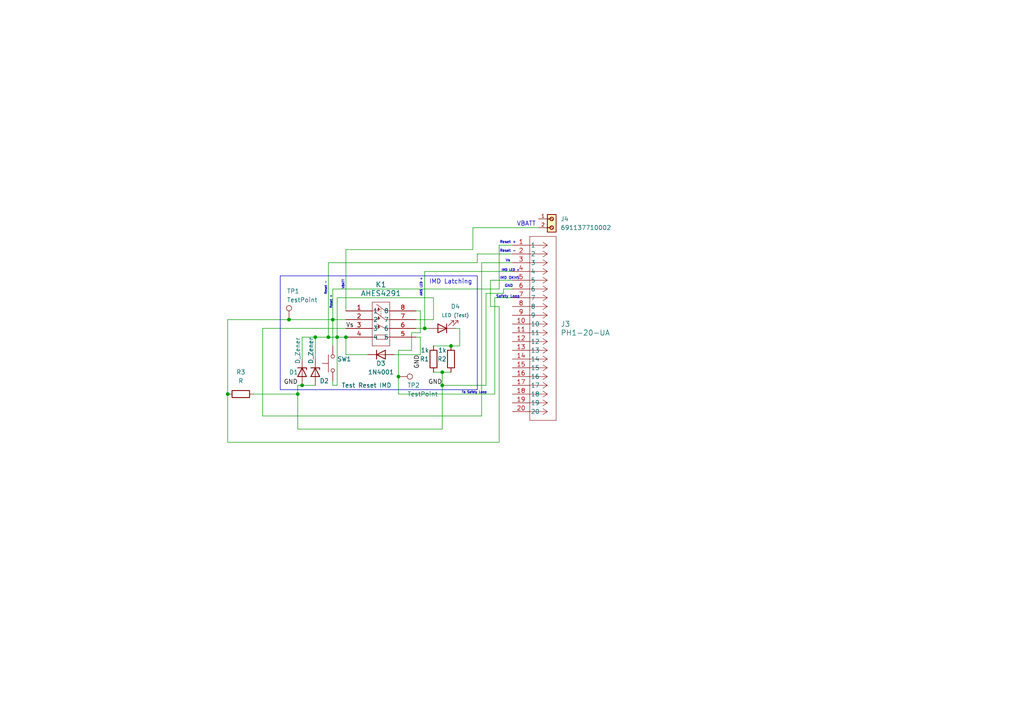
<source format=kicad_sch>
(kicad_sch (version 20231120) (generator "eeschema") (generator_version "8.0")
  (paper "A4")
  (lib_symbols
    (symbol "691137710002:691137710002" (pin_names (offset 1.016))
      (property "Reference" "J" (at -4.88 -0.922 0))
      (symbol "691137710002_0_0"
        (rectangle (start -3.81 -2.54) (end 1.27 0) (stroke (width 0.254)) (fill (type background)))
        (circle (center -2.54 -1.27) (radius 0.508) (stroke (width 0.254)))
        (circle (center 0 -1.27) (radius 0.508) (stroke (width 0.254)))
        (polyline (pts (xy -2.54 -1.778) (xy -2.54 -2.54)) (stroke (width 0.254)))
        (polyline (pts (xy -2.286 -1.016) (xy -2.794 -1.524)) (stroke (width 0.1524)))
        (polyline (pts (xy 0 -1.778) (xy 0 -2.54)) (stroke (width 0.254)))
        (polyline (pts (xy 0.254 -1.016) (xy -0.254 -1.524)) (stroke (width 0.1524)))
        (pin passive line (at -2.54 -5.08 90) (length 2.54) (name "~") (number "1"))
        (pin passive line (at 0 -5.08 90) (length 2.54) (name "~") (number "2"))
      )
    )
    (symbol "Connector:TestPoint" (pin_numbers hide) (pin_names (offset 0.762) hide)
      (property "Reference" "TP" (at 0 6.858 0))
      (property "Value" "TestPoint" (at 0 5.08 0))
      (symbol "TestPoint_0_1"
        (circle (center 0 3.302) (radius 0.762))
      )
      (symbol "TestPoint_1_1"
        (pin passive line (at 0 0 90) (length 2.54) (name "1") (number "1"))
      )
    )
    (symbol "Device:D_Zener" (pin_numbers hide) (pin_names (offset 1.016) hide)
      (property "Reference" "D" (at 0 2.54 0))
      (property "Value" "D_Zener" (at 0 -2.54 0))
      (symbol "D_Zener_0_1"
        (polyline (pts (xy 1.27 0) (xy -1.27 0)))
        (polyline (pts (xy -1.27 -1.27) (xy -1.27 1.27) (xy -0.762 1.27)) (stroke (width 0.254)))
        (polyline (pts (xy 1.27 -1.27) (xy 1.27 1.27) (xy -1.27 0) (xy 1.27 -1.27)) (stroke (width 0.254)))
      )
      (symbol "D_Zener_1_1"
        (pin passive line (at -3.81 0 0) (length 2.54) (name "K") (number "1"))
        (pin passive line (at 3.81 0 180) (length 2.54) (name "A") (number "2"))
      )
    )
    (symbol "Device:LED" (pin_numbers hide) (pin_names (offset 1.016) hide)
      (property "Reference" "D" (at 0 2.54 0))
      (property "Value" "LED" (at 0 -2.54 0))
      (symbol "LED_0_1"
        (polyline (pts (xy -1.27 -1.27) (xy -1.27 1.27)) (stroke (width 0.254)))
        (polyline (pts (xy -1.27 0) (xy 1.27 0)))
        (polyline (pts (xy 1.27 -1.27) (xy 1.27 1.27) (xy -1.27 0) (xy 1.27 -1.27)) (stroke (width 0.254)))
        (polyline (pts (xy -3.048 -0.762) (xy -4.572 -2.286) (xy -3.81 -2.286) (xy -4.572 -2.286) (xy -4.572 -1.524)))
        (polyline (pts (xy -1.778 -0.762) (xy -3.302 -2.286) (xy -2.54 -2.286) (xy -3.302 -2.286) (xy -3.302 -1.524)))
      )
      (symbol "LED_1_1"
        (pin passive line (at -3.81 0 0) (length 2.54) (name "K") (number "1"))
        (pin passive line (at 3.81 0 180) (length 2.54) (name "A") (number "2"))
      )
    )
    (symbol "Device:R" (pin_numbers hide) (pin_names (offset 0))
      (property "Reference" "R" (at 2.032 0 90))
      (property "Value" "R" (at 0 0 90))
      (symbol "R_0_1"
        (rectangle (start -1.016 -2.54) (end 1.016 2.54) (stroke (width 0.254)))
      )
      (symbol "R_1_1"
        (pin passive line (at 0 3.81 270) (length 1.27) (name "~") (number "1"))
        (pin passive line (at 0 -3.81 90) (length 1.27) (name "~") (number "2"))
      )
    )
    (symbol "Diode:1N4001" (pin_numbers hide) (pin_names hide)
      (property "Reference" "D" (at 0 2.54 0))
      (property "Value" "1N4001" (at 0 -2.54 0))
      (symbol "1N4001_0_1"
        (polyline (pts (xy -1.27 1.27) (xy -1.27 -1.27)) (stroke (width 0.254)))
        (polyline (pts (xy 1.27 0) (xy -1.27 0)))
        (polyline (pts (xy 1.27 1.27) (xy 1.27 -1.27) (xy -1.27 0) (xy 1.27 1.27)) (stroke (width 0.254)))
      )
      (symbol "1N4001_1_1"
        (pin passive line (at -3.81 0 0) (length 2.54) (name "K") (number "1"))
        (pin passive line (at 3.81 0 180) (length 2.54) (name "A") (number "2"))
      )
    )
    (symbol "PH1-20-UA:PH1-20-UA" (pin_names (offset 0.254))
      (property "Reference" "J" (at 8.89 6.35 0))
      (property "Value" "PH1-20-UA" (at 0 0 0))
      (symbol "PH1-20-UA_1_1"
        (polyline (pts (xy 5.08 -50.8) (xy 12.7 -50.8)) (stroke (width 0.127)))
        (polyline (pts (xy 5.08 2.54) (xy 5.08 -50.8)) (stroke (width 0.127)))
        (polyline (pts (xy 10.16 -48.26) (xy 5.08 -48.26)) (stroke (width 0.127)))
        (polyline (pts (xy 10.16 -48.26) (xy 8.89 -49.1067)) (stroke (width 0.127)))
        (polyline (pts (xy 10.16 -48.26) (xy 8.89 -47.4133)) (stroke (width 0.127)))
        (polyline (pts (xy 10.16 -45.72) (xy 5.08 -45.72)) (stroke (width 0.127)))
        (polyline (pts (xy 10.16 -45.72) (xy 8.89 -46.5667)) (stroke (width 0.127)))
        (polyline (pts (xy 10.16 -45.72) (xy 8.89 -44.8733)) (stroke (width 0.127)))
        (polyline (pts (xy 10.16 -43.18) (xy 5.08 -43.18)) (stroke (width 0.127)))
        (polyline (pts (xy 10.16 -43.18) (xy 8.89 -44.0267)) (stroke (width 0.127)))
        (polyline (pts (xy 10.16 -43.18) (xy 8.89 -42.3333)) (stroke (width 0.127)))
        (polyline (pts (xy 10.16 -40.64) (xy 5.08 -40.64)) (stroke (width 0.127)))
        (polyline (pts (xy 10.16 -40.64) (xy 8.89 -41.4867)) (stroke (width 0.127)))
        (polyline (pts (xy 10.16 -40.64) (xy 8.89 -39.7933)) (stroke (width 0.127)))
        (polyline (pts (xy 10.16 -38.1) (xy 5.08 -38.1)) (stroke (width 0.127)))
        (polyline (pts (xy 10.16 -38.1) (xy 8.89 -38.9467)) (stroke (width 0.127)))
        (polyline (pts (xy 10.16 -38.1) (xy 8.89 -37.2533)) (stroke (width 0.127)))
        (polyline (pts (xy 10.16 -35.56) (xy 5.08 -35.56)) (stroke (width 0.127)))
        (polyline (pts (xy 10.16 -35.56) (xy 8.89 -36.4067)) (stroke (width 0.127)))
        (polyline (pts (xy 10.16 -35.56) (xy 8.89 -34.7133)) (stroke (width 0.127)))
        (polyline (pts (xy 10.16 -33.02) (xy 5.08 -33.02)) (stroke (width 0.127)))
        (polyline (pts (xy 10.16 -33.02) (xy 8.89 -33.8667)) (stroke (width 0.127)))
        (polyline (pts (xy 10.16 -33.02) (xy 8.89 -32.1733)) (stroke (width 0.127)))
        (polyline (pts (xy 10.16 -30.48) (xy 5.08 -30.48)) (stroke (width 0.127)))
        (polyline (pts (xy 10.16 -30.48) (xy 8.89 -31.3267)) (stroke (width 0.127)))
        (polyline (pts (xy 10.16 -30.48) (xy 8.89 -29.6333)) (stroke (width 0.127)))
        (polyline (pts (xy 10.16 -27.94) (xy 5.08 -27.94)) (stroke (width 0.127)))
        (polyline (pts (xy 10.16 -27.94) (xy 8.89 -28.7867)) (stroke (width 0.127)))
        (polyline (pts (xy 10.16 -27.94) (xy 8.89 -27.0933)) (stroke (width 0.127)))
        (polyline (pts (xy 10.16 -25.4) (xy 5.08 -25.4)) (stroke (width 0.127)))
        (polyline (pts (xy 10.16 -25.4) (xy 8.89 -26.2467)) (stroke (width 0.127)))
        (polyline (pts (xy 10.16 -25.4) (xy 8.89 -24.5533)) (stroke (width 0.127)))
        (polyline (pts (xy 10.16 -22.86) (xy 5.08 -22.86)) (stroke (width 0.127)))
        (polyline (pts (xy 10.16 -22.86) (xy 8.89 -23.7067)) (stroke (width 0.127)))
        (polyline (pts (xy 10.16 -22.86) (xy 8.89 -22.0133)) (stroke (width 0.127)))
        (polyline (pts (xy 10.16 -20.32) (xy 5.08 -20.32)) (stroke (width 0.127)))
        (polyline (pts (xy 10.16 -20.32) (xy 8.89 -21.1667)) (stroke (width 0.127)))
        (polyline (pts (xy 10.16 -20.32) (xy 8.89 -19.4733)) (stroke (width 0.127)))
        (polyline (pts (xy 10.16 -17.78) (xy 5.08 -17.78)) (stroke (width 0.127)))
        (polyline (pts (xy 10.16 -17.78) (xy 8.89 -18.6267)) (stroke (width 0.127)))
        (polyline (pts (xy 10.16 -17.78) (xy 8.89 -16.9333)) (stroke (width 0.127)))
        (polyline (pts (xy 10.16 -15.24) (xy 5.08 -15.24)) (stroke (width 0.127)))
        (polyline (pts (xy 10.16 -15.24) (xy 8.89 -16.0867)) (stroke (width 0.127)))
        (polyline (pts (xy 10.16 -15.24) (xy 8.89 -14.3933)) (stroke (width 0.127)))
        (polyline (pts (xy 10.16 -12.7) (xy 5.08 -12.7)) (stroke (width 0.127)))
        (polyline (pts (xy 10.16 -12.7) (xy 8.89 -13.5467)) (stroke (width 0.127)))
        (polyline (pts (xy 10.16 -12.7) (xy 8.89 -11.8533)) (stroke (width 0.127)))
        (polyline (pts (xy 10.16 -10.16) (xy 5.08 -10.16)) (stroke (width 0.127)))
        (polyline (pts (xy 10.16 -10.16) (xy 8.89 -11.0067)) (stroke (width 0.127)))
        (polyline (pts (xy 10.16 -10.16) (xy 8.89 -9.3133)) (stroke (width 0.127)))
        (polyline (pts (xy 10.16 -7.62) (xy 5.08 -7.62)) (stroke (width 0.127)))
        (polyline (pts (xy 10.16 -7.62) (xy 8.89 -8.4667)) (stroke (width 0.127)))
        (polyline (pts (xy 10.16 -7.62) (xy 8.89 -6.7733)) (stroke (width 0.127)))
        (polyline (pts (xy 10.16 -5.08) (xy 5.08 -5.08)) (stroke (width 0.127)))
        (polyline (pts (xy 10.16 -5.08) (xy 8.89 -5.9267)) (stroke (width 0.127)))
        (polyline (pts (xy 10.16 -5.08) (xy 8.89 -4.2333)) (stroke (width 0.127)))
        (polyline (pts (xy 10.16 -2.54) (xy 5.08 -2.54)) (stroke (width 0.127)))
        (polyline (pts (xy 10.16 -2.54) (xy 8.89 -3.3867)) (stroke (width 0.127)))
        (polyline (pts (xy 10.16 -2.54) (xy 8.89 -1.6933)) (stroke (width 0.127)))
        (polyline (pts (xy 10.16 0) (xy 5.08 0)) (stroke (width 0.127)))
        (polyline (pts (xy 10.16 0) (xy 8.89 -0.8467)) (stroke (width 0.127)))
        (polyline (pts (xy 10.16 0) (xy 8.89 0.8467)) (stroke (width 0.127)))
        (polyline (pts (xy 12.7 -50.8) (xy 12.7 2.54)) (stroke (width 0.127)))
        (polyline (pts (xy 12.7 2.54) (xy 5.08 2.54)) (stroke (width 0.127)))
        (pin unspecified line (at 0 0 0) (length 5.08) (name "1") (number "1"))
        (pin unspecified line (at 0 -22.86 0) (length 5.08) (name "10") (number "10"))
        (pin unspecified line (at 0 -25.4 0) (length 5.08) (name "11") (number "11"))
        (pin unspecified line (at 0 -27.94 0) (length 5.08) (name "12") (number "12"))
        (pin unspecified line (at 0 -30.48 0) (length 5.08) (name "13") (number "13"))
        (pin unspecified line (at 0 -33.02 0) (length 5.08) (name "14") (number "14"))
        (pin unspecified line (at 0 -35.56 0) (length 5.08) (name "15") (number "15"))
        (pin unspecified line (at 0 -38.1 0) (length 5.08) (name "16") (number "16"))
        (pin unspecified line (at 0 -40.64 0) (length 5.08) (name "17") (number "17"))
        (pin unspecified line (at 0 -43.18 0) (length 5.08) (name "18") (number "18"))
        (pin unspecified line (at 0 -45.72 0) (length 5.08) (name "19") (number "19"))
        (pin unspecified line (at 0 -2.54 0) (length 5.08) (name "2") (number "2"))
        (pin unspecified line (at 0 -48.26 0) (length 5.08) (name "20") (number "20"))
        (pin unspecified line (at 0 -5.08 0) (length 5.08) (name "3") (number "3"))
        (pin unspecified line (at 0 -7.62 0) (length 5.08) (name "4") (number "4"))
        (pin unspecified line (at 0 -10.16 0) (length 5.08) (name "5") (number "5"))
        (pin unspecified line (at 0 -12.7 0) (length 5.08) (name "6") (number "6"))
        (pin unspecified line (at 0 -15.24 0) (length 5.08) (name "7") (number "7"))
        (pin unspecified line (at 0 -17.78 0) (length 5.08) (name "8") (number "8"))
        (pin unspecified line (at 0 -20.32 0) (length 5.08) (name "9") (number "9"))
      )
      (symbol "PH1-20-UA_1_2"
        (polyline (pts (xy 5.08 -50.8) (xy 12.7 -50.8)) (stroke (width 0.127)))
        (polyline (pts (xy 5.08 2.54) (xy 5.08 -50.8)) (stroke (width 0.127)))
        (polyline (pts (xy 7.62 -48.26) (xy 5.08 -48.26)) (stroke (width 0.127)))
        (polyline (pts (xy 7.62 -48.26) (xy 8.89 -49.1067)) (stroke (width 0.127)))
        (polyline (pts (xy 7.62 -48.26) (xy 8.89 -47.4133)) (stroke (width 0.127)))
        (polyline (pts (xy 7.62 -45.72) (xy 5.08 -45.72)) (stroke (width 0.127)))
        (polyline (pts (xy 7.62 -45.72) (xy 8.89 -46.5667)) (stroke (width 0.127)))
        (polyline (pts (xy 7.62 -45.72) (xy 8.89 -44.8733)) (stroke (width 0.127)))
        (polyline (pts (xy 7.62 -43.18) (xy 5.08 -43.18)) (stroke (width 0.127)))
        (polyline (pts (xy 7.62 -43.18) (xy 8.89 -44.0267)) (stroke (width 0.127)))
        (polyline (pts (xy 7.62 -43.18) (xy 8.89 -42.3333)) (stroke (width 0.127)))
        (polyline (pts (xy 7.62 -40.64) (xy 5.08 -40.64)) (stroke (width 0.127)))
        (polyline (pts (xy 7.62 -40.64) (xy 8.89 -41.4867)) (stroke (width 0.127)))
        (polyline (pts (xy 7.62 -40.64) (xy 8.89 -39.7933)) (stroke (width 0.127)))
        (polyline (pts (xy 7.62 -38.1) (xy 5.08 -38.1)) (stroke (width 0.127)))
        (polyline (pts (xy 7.62 -38.1) (xy 8.89 -38.9467)) (stroke (width 0.127)))
        (polyline (pts (xy 7.62 -38.1) (xy 8.89 -37.2533)) (stroke (width 0.127)))
        (polyline (pts (xy 7.62 -35.56) (xy 5.08 -35.56)) (stroke (width 0.127)))
        (polyline (pts (xy 7.62 -35.56) (xy 8.89 -36.4067)) (stroke (width 0.127)))
        (polyline (pts (xy 7.62 -35.56) (xy 8.89 -34.7133)) (stroke (width 0.127)))
        (polyline (pts (xy 7.62 -33.02) (xy 5.08 -33.02)) (stroke (width 0.127)))
        (polyline (pts (xy 7.62 -33.02) (xy 8.89 -33.8667)) (stroke (width 0.127)))
        (polyline (pts (xy 7.62 -33.02) (xy 8.89 -32.1733)) (stroke (width 0.127)))
        (polyline (pts (xy 7.62 -30.48) (xy 5.08 -30.48)) (stroke (width 0.127)))
        (polyline (pts (xy 7.62 -30.48) (xy 8.89 -31.3267)) (stroke (width 0.127)))
        (polyline (pts (xy 7.62 -30.48) (xy 8.89 -29.6333)) (stroke (width 0.127)))
        (polyline (pts (xy 7.62 -27.94) (xy 5.08 -27.94)) (stroke (width 0.127)))
        (polyline (pts (xy 7.62 -27.94) (xy 8.89 -28.7867)) (stroke (width 0.127)))
        (polyline (pts (xy 7.62 -27.94) (xy 8.89 -27.0933)) (stroke (width 0.127)))
        (polyline (pts (xy 7.62 -25.4) (xy 5.08 -25.4)) (stroke (width 0.127)))
        (polyline (pts (xy 7.62 -25.4) (xy 8.89 -26.2467)) (stroke (width 0.127)))
        (polyline (pts (xy 7.62 -25.4) (xy 8.89 -24.5533)) (stroke (width 0.127)))
        (polyline (pts (xy 7.62 -22.86) (xy 5.08 -22.86)) (stroke (width 0.127)))
        (polyline (pts (xy 7.62 -22.86) (xy 8.89 -23.7067)) (stroke (width 0.127)))
        (polyline (pts (xy 7.62 -22.86) (xy 8.89 -22.0133)) (stroke (width 0.127)))
        (polyline (pts (xy 7.62 -20.32) (xy 5.08 -20.32)) (stroke (width 0.127)))
        (polyline (pts (xy 7.62 -20.32) (xy 8.89 -21.1667)) (stroke (width 0.127)))
        (polyline (pts (xy 7.62 -20.32) (xy 8.89 -19.4733)) (stroke (width 0.127)))
        (polyline (pts (xy 7.62 -17.78) (xy 5.08 -17.78)) (stroke (width 0.127)))
        (polyline (pts (xy 7.62 -17.78) (xy 8.89 -18.6267)) (stroke (width 0.127)))
        (polyline (pts (xy 7.62 -17.78) (xy 8.89 -16.9333)) (stroke (width 0.127)))
        (polyline (pts (xy 7.62 -15.24) (xy 5.08 -15.24)) (stroke (width 0.127)))
        (polyline (pts (xy 7.62 -15.24) (xy 8.89 -16.0867)) (stroke (width 0.127)))
        (polyline (pts (xy 7.62 -15.24) (xy 8.89 -14.3933)) (stroke (width 0.127)))
        (polyline (pts (xy 7.62 -12.7) (xy 5.08 -12.7)) (stroke (width 0.127)))
        (polyline (pts (xy 7.62 -12.7) (xy 8.89 -13.5467)) (stroke (width 0.127)))
        (polyline (pts (xy 7.62 -12.7) (xy 8.89 -11.8533)) (stroke (width 0.127)))
        (polyline (pts (xy 7.62 -10.16) (xy 5.08 -10.16)) (stroke (width 0.127)))
        (polyline (pts (xy 7.62 -10.16) (xy 8.89 -11.0067)) (stroke (width 0.127)))
        (polyline (pts (xy 7.62 -10.16) (xy 8.89 -9.3133)) (stroke (width 0.127)))
        (polyline (pts (xy 7.62 -7.62) (xy 5.08 -7.62)) (stroke (width 0.127)))
        (polyline (pts (xy 7.62 -7.62) (xy 8.89 -8.4667)) (stroke (width 0.127)))
        (polyline (pts (xy 7.62 -7.62) (xy 8.89 -6.7733)) (stroke (width 0.127)))
        (polyline (pts (xy 7.62 -5.08) (xy 5.08 -5.08)) (stroke (width 0.127)))
        (polyline (pts (xy 7.62 -5.08) (xy 8.89 -5.9267)) (stroke (width 0.127)))
        (polyline (pts (xy 7.62 -5.08) (xy 8.89 -4.2333)) (stroke (width 0.127)))
        (polyline (pts (xy 7.62 -2.54) (xy 5.08 -2.54)) (stroke (width 0.127)))
        (polyline (pts (xy 7.62 -2.54) (xy 8.89 -3.3867)) (stroke (width 0.127)))
        (polyline (pts (xy 7.62 -2.54) (xy 8.89 -1.6933)) (stroke (width 0.127)))
        (polyline (pts (xy 7.62 0) (xy 5.08 0)) (stroke (width 0.127)))
        (polyline (pts (xy 7.62 0) (xy 8.89 -0.8467)) (stroke (width 0.127)))
        (polyline (pts (xy 7.62 0) (xy 8.89 0.8467)) (stroke (width 0.127)))
        (polyline (pts (xy 12.7 -50.8) (xy 12.7 2.54)) (stroke (width 0.127)))
        (polyline (pts (xy 12.7 2.54) (xy 5.08 2.54)) (stroke (width 0.127)))
        (pin unspecified line (at 0 0 0) (length 5.08) (name "1") (number "1"))
        (pin unspecified line (at 0 -22.86 0) (length 5.08) (name "10") (number "10"))
        (pin unspecified line (at 0 -25.4 0) (length 5.08) (name "11") (number "11"))
        (pin unspecified line (at 0 -27.94 0) (length 5.08) (name "12") (number "12"))
        (pin unspecified line (at 0 -30.48 0) (length 5.08) (name "13") (number "13"))
        (pin unspecified line (at 0 -33.02 0) (length 5.08) (name "14") (number "14"))
        (pin unspecified line (at 0 -35.56 0) (length 5.08) (name "15") (number "15"))
        (pin unspecified line (at 0 -38.1 0) (length 5.08) (name "16") (number "16"))
        (pin unspecified line (at 0 -40.64 0) (length 5.08) (name "17") (number "17"))
        (pin unspecified line (at 0 -43.18 0) (length 5.08) (name "18") (number "18"))
        (pin unspecified line (at 0 -45.72 0) (length 5.08) (name "19") (number "19"))
        (pin unspecified line (at 0 -2.54 0) (length 5.08) (name "2") (number "2"))
        (pin unspecified line (at 0 -48.26 0) (length 5.08) (name "20") (number "20"))
        (pin unspecified line (at 0 -5.08 0) (length 5.08) (name "3") (number "3"))
        (pin unspecified line (at 0 -7.62 0) (length 5.08) (name "4") (number "4"))
        (pin unspecified line (at 0 -10.16 0) (length 5.08) (name "5") (number "5"))
        (pin unspecified line (at 0 -12.7 0) (length 5.08) (name "6") (number "6"))
        (pin unspecified line (at 0 -15.24 0) (length 5.08) (name "7") (number "7"))
        (pin unspecified line (at 0 -17.78 0) (length 5.08) (name "8") (number "8"))
        (pin unspecified line (at 0 -20.32 0) (length 5.08) (name "9") (number "9"))
      )
    )
    (symbol "Relay:AHES4291" (pin_names (offset 0.254))
      (property "Reference" "K" (at 10.16 7.62 0))
      (property "Value" "AHES4291" (at 10.16 5.08 0))
      (symbol "AHES4291_0_1"
        (polyline (pts (xy 7.62 -10.16) (xy 12.7 -10.16)) (stroke (width 0.127)))
        (polyline (pts (xy 7.62 -7.62) (xy 8.89 -7.62)) (stroke (width 0.127)))
        (polyline (pts (xy 7.62 -5.08) (xy 9.525 -5.08)) (stroke (width 0.127)))
        (polyline (pts (xy 7.62 -2.54) (xy 9.525 -2.54)) (stroke (width 0.127)))
        (polyline (pts (xy 7.62 0) (xy 9.525 0)) (stroke (width 0.127)))
        (polyline (pts (xy 7.62 2.54) (xy 7.62 -10.16)) (stroke (width 0.127)))
        (polyline (pts (xy 8.89 -8.255) (xy 11.43 -8.255)) (stroke (width 0.127)))
        (polyline (pts (xy 8.89 -6.985) (xy 8.89 -8.255)) (stroke (width 0.127)))
        (polyline (pts (xy 8.89 -3.81) (xy 11.43 -5.08)) (stroke (width 0.127)))
        (polyline (pts (xy 8.89 -0.635) (xy 11.43 -2.54)) (stroke (width 0.127)))
        (polyline (pts (xy 8.89 1.905) (xy 11.43 0)) (stroke (width 0.127)))
        (polyline (pts (xy 9.525 -4.445) (xy 9.525 -5.08)) (stroke (width 0.127)))
        (polyline (pts (xy 9.525 -1.905) (xy 9.525 -2.54)) (stroke (width 0.127)))
        (polyline (pts (xy 9.525 0.635) (xy 9.525 0)) (stroke (width 0.127)))
        (polyline (pts (xy 10.16 -1.5875) (xy 10.16 -1.27)) (stroke (width 0.127)))
        (polyline (pts (xy 10.16 -0.635) (xy 10.16 -0.9525)) (stroke (width 0.127)))
        (polyline (pts (xy 10.16 -0.3175) (xy 10.16 0)) (stroke (width 0.127)))
        (polyline (pts (xy 10.16 0.635) (xy 10.16 0.3175)) (stroke (width 0.127)))
        (polyline (pts (xy 11.43 -8.255) (xy 11.43 -6.985)) (stroke (width 0.127)))
        (polyline (pts (xy 11.43 -6.985) (xy 8.89 -6.985)) (stroke (width 0.127)))
        (polyline (pts (xy 11.43 -5.08) (xy 12.7 -5.08)) (stroke (width 0.127)))
        (polyline (pts (xy 11.43 -2.54) (xy 12.7 -2.54)) (stroke (width 0.127)))
        (polyline (pts (xy 11.43 0) (xy 12.7 0)) (stroke (width 0.127)))
        (polyline (pts (xy 12.7 -10.16) (xy 12.7 2.54)) (stroke (width 0.127)))
        (polyline (pts (xy 12.7 -7.62) (xy 11.43 -7.62)) (stroke (width 0.127)))
        (polyline (pts (xy 12.7 2.54) (xy 7.62 2.54)) (stroke (width 0.127)))
        (polyline (pts (xy 9.525 -4.1275) (xy 9.2075 -4.7625) (xy 9.8425 -4.7625)) (fill (type outline)))
        (polyline (pts (xy 9.525 -1.5875) (xy 9.2075 -2.2225) (xy 9.8425 -2.2225)) (fill (type outline)))
        (polyline (pts (xy 9.525 0.9525) (xy 9.2075 0.3175) (xy 9.8425 0.3175)) (fill (type outline)))
        (pin unspecified line (at 0 0 0) (length 7.62) (name "1") (number "1"))
        (pin unspecified line (at 0 -2.54 0) (length 7.62) (name "2") (number "2"))
        (pin unspecified line (at 0 -5.08 0) (length 7.62) (name "3") (number "3"))
        (pin unspecified line (at 0 -7.62 0) (length 7.62) (name "4") (number "4"))
        (pin unspecified line (at 20.32 -7.62 180) (length 7.62) (name "5") (number "5"))
        (pin unspecified line (at 20.32 -5.08 180) (length 7.62) (name "6") (number "6"))
        (pin unspecified line (at 20.32 -2.54 180) (length 7.62) (name "7") (number "7"))
        (pin unspecified line (at 20.32 0 180) (length 7.62) (name "8") (number "8"))
      )
    )
    (symbol "Switch:SW_Push" (pin_numbers hide) (pin_names (offset 1.016) hide)
      (property "Reference" "SW" (at 1.27 2.54 0))
      (property "Value" "SW_Push" (at 0 -1.524 0))
      (symbol "SW_Push_0_1"
        (circle (center -2.032 0) (radius 0.508))
        (polyline (pts (xy 0 1.27) (xy 0 3.048)))
        (polyline (pts (xy 2.54 1.27) (xy -2.54 1.27)))
        (circle (center 2.032 0) (radius 0.508))
        (pin passive line (at -5.08 0 0) (length 2.54) (name "1") (number "1"))
        (pin passive line (at 5.08 0 180) (length 2.54) (name "2") (number "2"))
      )
    )
  )
  (junction (at 86.36 114.3))
  (junction (at 96.52 92.71))
  (junction (at 130.81 100.33))
  (junction (at 87.63 111.76))
  (junction (at 128.27 107.95))
  (junction (at 66.04 114.3))
  (junction (at 100.33 97.79))
  (junction (at 95.25 97.79))
  (junction (at 97.79 97.79))
  (junction (at 91.44 97.79))
  (junction (at 83.82 92.71))
  (junction (at 115.57 109.22))
  (junction (at 123.19 95.25))
  (junction (at 128.27 111.76))
  (wire (pts (xy 96.52 92.71) (xy 100.33 92.71)))
  (wire (pts (xy 91.44 97.79) (xy 91.44 104.14)))
  (wire (pts (xy 87.63 97.79) (xy 91.44 97.79)))
  (wire (pts (xy 137.16 72.39) (xy 137.16 66.04)))
  (wire (pts (xy 87.63 111.76) (xy 91.44 111.76)))
  (wire (pts (xy 125.73 100.33) (xy 130.81 100.33)))
  (wire (pts (xy 86.36 114.3) (xy 86.36 124.46)))
  (wire (pts (xy 123.19 78.74) (xy 123.19 95.25)))
  (wire (pts (xy 97.79 97.79) (xy 100.33 97.79)))
  (wire (pts (xy 114.3 102.87) (xy 121.92 102.87)))
  (wire (pts (xy 119.38 96.52) (xy 119.38 101.6)))
  (wire (pts (xy 100.33 90.17) (xy 100.33 72.39)))
  (wire (pts (xy 138.43 76.2) (xy 138.43 73.66)))
  (wire (pts (xy 125.73 86.36) (xy 97.79 86.36)))
  (wire (pts (xy 123.19 78.74) (xy 148.59 78.74)))
  (wire (pts (xy 144.78 83.82) (xy 96.52 83.82)))
  (wire (pts (xy 76.2 120.65) (xy 139.7 120.65)))
  (wire (pts (xy 120.65 97.79) (xy 121.92 97.79)))
  (wire (pts (xy 144.78 71.12) (xy 148.59 71.12)))
  (wire (pts (xy 144.78 128.27) (xy 66.04 128.27)))
  (wire (pts (xy 100.33 95.25) (xy 76.2 95.25)))
  (wire (pts (xy 142.24 88.9) (xy 144.78 88.9)))
  (wire (pts (xy 96.52 83.82) (xy 96.52 92.71)))
  (wire (pts (xy 97.79 97.79) (xy 95.25 97.79)))
  (wire (pts (xy 86.36 111.76) (xy 86.36 114.3)))
  (wire (pts (xy 97.79 97.79) (xy 97.79 111.76)))
  (wire (pts (xy 142.24 81.28) (xy 148.59 81.28)))
  (wire (pts (xy 83.82 92.71) (xy 96.52 92.71)))
  (wire (pts (xy 120.65 92.71) (xy 125.73 92.71)))
  (wire (pts (xy 139.7 76.2) (xy 139.7 120.65)))
  (wire (pts (xy 66.04 114.3) (xy 66.04 92.71)))
  (wire (pts (xy 96.52 92.71) (xy 96.52 100.33)))
  (wire (pts (xy 100.33 97.79) (xy 100.33 102.87)))
  (wire (pts (xy 140.97 111.76) (xy 140.97 85.09)))
  (wire (pts (xy 95.25 76.2) (xy 95.25 97.79)))
  (wire (pts (xy 120.65 95.25) (xy 123.19 95.25)))
  (wire (pts (xy 137.16 66.04) (xy 156.21 66.04)))
  (wire (pts (xy 130.81 100.33) (xy 133.35 100.33)))
  (wire (pts (xy 121.92 90.17) (xy 121.92 96.52)))
  (wire (pts (xy 96.52 111.76) (xy 96.52 110.49)))
  (wire (pts (xy 66.04 92.71) (xy 83.82 92.71)))
  (wire (pts (xy 140.97 85.09) (xy 146.05 85.09)))
  (wire (pts (xy 121.92 97.79) (xy 121.92 102.87)))
  (wire (pts (xy 128.27 111.76) (xy 128.27 124.46)))
  (wire (pts (xy 128.27 107.95) (xy 128.27 111.76)))
  (wire (pts (xy 115.57 109.22) (xy 115.57 114.3)))
  (wire (pts (xy 86.36 124.46) (xy 128.27 124.46)))
  (wire (pts (xy 66.04 128.27) (xy 66.04 114.3)))
  (wire (pts (xy 132.08 95.25) (xy 133.35 95.25)))
  (wire (pts (xy 128.27 107.95) (xy 125.73 107.95)))
  (wire (pts (xy 120.65 90.17) (xy 121.92 90.17)))
  (wire (pts (xy 146.05 83.82) (xy 148.59 83.82)))
  (wire (pts (xy 130.81 107.95) (xy 128.27 107.95)))
  (wire (pts (xy 97.79 111.76) (xy 96.52 111.76)))
  (wire (pts (xy 143.51 86.36) (xy 148.59 86.36)))
  (wire (pts (xy 115.57 114.3) (xy 143.51 114.3)))
  (wire (pts (xy 97.79 86.36) (xy 97.79 97.79)))
  (wire (pts (xy 128.27 111.76) (xy 140.97 111.76)))
  (wire (pts (xy 76.2 95.25) (xy 76.2 120.65)))
  (wire (pts (xy 73.66 114.3) (xy 86.36 114.3)))
  (wire (pts (xy 121.92 96.52) (xy 119.38 96.52)))
  (wire (pts (xy 144.78 88.9) (xy 144.78 128.27)))
  (wire (pts (xy 86.36 111.76) (xy 87.63 111.76)))
  (wire (pts (xy 123.19 95.25) (xy 124.46 95.25)))
  (wire (pts (xy 146.05 85.09) (xy 146.05 83.82)))
  (wire (pts (xy 87.63 104.14) (xy 87.63 97.79)))
  (wire (pts (xy 91.44 97.79) (xy 95.25 97.79)))
  (wire (pts (xy 100.33 72.39) (xy 137.16 72.39)))
  (wire (pts (xy 125.73 92.71) (xy 125.73 86.36)))
  (wire (pts (xy 138.43 73.66) (xy 148.59 73.66)))
  (wire (pts (xy 100.33 102.87) (xy 106.68 102.87)))
  (wire (pts (xy 139.7 76.2) (xy 148.59 76.2)))
  (wire (pts (xy 143.51 114.3) (xy 143.51 86.36)))
  (wire (pts (xy 142.24 81.28) (xy 142.24 88.9)))
  (wire (pts (xy 144.78 83.82) (xy 144.78 71.12)))
  (wire (pts (xy 115.57 101.6) (xy 115.57 109.22)))
  (wire (pts (xy 95.25 76.2) (xy 138.43 76.2)))
  (wire (pts (xy 119.38 101.6) (xy 115.57 101.6)))
  (wire (pts (xy 133.35 95.25) (xy 133.35 100.33)))
  (rectangle (start 81.28 80.01) (end 138.43 113.03))
  (text "VBATT" (at 152.654 65.024 0) (effects (font (size 1.27 1.27))))
  (text "VBATT" (at 99.568 82.55 90) (effects (font (size 0.635 0.635))))
  (text "IMD LED +" (at 148.082 78.486 0) (effects (font (size 0.635 0.635))))
  (text "To Safety Loop" (at 133.858 114.3 0) (effects (font (size 0.635 0.635)) (justify left bottom)))
  (text "IMD OKHS" (at 147.828 80.772 0) (effects (font (size 0.762 0.762))))
  (text "Reset -" (at 147.32 72.898 0) (effects (font (size 0.762 0.762))))
  (text "Reset +" (at 147.32 70.358 0) (effects (font (size 0.762 0.762))))
  (text "AMS LED +" (at 122.174 83.312 90) (effects (font (size 0.635 0.635))))
  (text "Safety Loop" (at 147.32 86.106 0) (effects (font (size 0.762 0.762))))
  (text "Reset +" (at 96.012 87.63 90) (effects (font (size 0.635 0.635))))
  (text "Reset -" (at 94.488 83.566 90) (effects (font (size 0.635 0.635))))
  (text "GND" (at 147.574 83.058 0) (effects (font (size 0.762 0.762))))
  (text "Vs" (at 147.32 75.692 0) (effects (font (size 0.762 0.762))))
  (text "IMD Latching" (at 124.46 82.55 0) (effects (font (size 1.27 1.27)) (justify left bottom)))
  (label "Vs" (at 100.33 95.25 0))
  (label "GND" (at 121.92 102.87 270))
  (label "GND" (at 86.36 111.76 180))
  (label "GND" (at 128.27 111.76 180))
  (symbol (lib_id "Device:LED") (at 128.27 95.25 180) (unit 1)
    (property "Reference" "D4" (at 132.08 88.9 0))
    (property "Value" "LED (Test)" (at 132.08 91.44 0) (effects (font (size 1 1))))
    (property "Footprint" "AP3216SYD:LED_AP3216SYD_KNB-L" (effects (hide yes)))
  )
  (symbol (lib_id "Diode:1N4001") (at 110.49 102.87 0) (unit 1)
    (property "Reference" "D3" (at 110.49 105.41 0))
    (property "Value" "1N4001" (at 110.49 107.95 0))
    (property "Footprint" "Diode_THT:D_DO-41_SOD81_P10.16mm_Horizontal" (effects (hide yes)))
    (property "Datasheet" "http://www.vishay.com/docs/88503/1n4001.pdf" (effects (hide yes)))
    (property "Sim.Device" "D" (effects (hide yes)))
    (property "Sim.Pins" "1=K 2=A" (effects (hide yes)))
  )
  (symbol (lib_id "691137710002:691137710002") (at 161.29 66.04 270) (unit 1)
    (property "Reference" "J4" (at 162.56 63.4999 90) (effects (justify left)))
    (property "Value" "691137710002" (at 162.56 66.0399 90) (effects (justify left)))
    (property "Footprint" "691137710002:691137710002" (effects (hide yes)))
    (property "WIRE" "12 to 30 (AWG) 3.31 to 0.05 (mm²)" (effects (hide yes)))
    (property "MOUNT" "THT" (effects (hide yes)))
    (property "IR-VDE" "24A" (effects (hide yes)))
    (property "IR-UL" "16A" (effects (hide yes)))
    (property "VALUE" "691137710002" (effects (hide yes)))
    (property "WORKING-VOLTAGE-UL" "300V(AC)" (effects (hide yes)))
    (property "PART-NUMBER" "691137710002" (effects (hide yes)))
    (property "DATASHEET-URL" "https://www.we-online.com/catalog/datasheet/691137710002.pdf" (effects (hide yes)))
    (property "PITCH" "5mm" (effects (hide yes)))
    (property "PINS" "2" (effects (hide yes)))
    (property "WORKING-VOLTAGE-VDE" "250V(AC)" (effects (hide yes)))
    (property "TYPE" "Horizontal" (effects (hide yes)))
  )
  (symbol (lib_id "Connector:TestPoint") (at 115.57 109.22 270) (unit 1)
    (property "Reference" "TP2" (at 118.11 111.76 90) (effects (justify left)))
    (property "Value" "TestPoint" (at 118.11 114.3 90) (effects (justify left)))
    (property "Footprint" "TestPoint:TestPoint_Loop_D2.60mm_Drill1.6mm_Beaded" (effects (hide yes)))
  )
  (symbol (lib_id "Device:R") (at 130.81 104.14 180) (unit 1)
    (property "Reference" "R2" (at 129.54 104.14 0) (effects (justify left)))
    (property "Value" "1k" (at 129.54 101.6 0) (effects (justify left)))
    (property "Footprint" "RMCF0603FT1K00:RESC1508X55N" (effects (hide yes)))
  )
  (symbol (lib_id "Switch:SW_Push") (at 96.52 105.41 90) (unit 1)
    (property "Reference" "SW1" (at 97.79 104.14 90) (effects (justify right)))
    (property "Value" "Test Reset IMD" (at 99.06 111.76 90) (effects (justify right)))
    (property "Footprint" "1825910-6:SW4_1825910-B_TEC" (effects (hide yes)))
  )
  (symbol (lib_id "Relay:AHES4291") (at 100.33 90.17 0) (unit 1)
    (property "Reference" "K1" (at 110.49 82.55 0) (effects (font (size 1.524 1.524))))
    (property "Value" "AHES4291" (at 110.49 85.09 0) (effects (font (size 1.524 1.524))))
    (property "Footprint" "AHES4291:AHES4_PAN" (effects (hide yes)))
    (property "Datasheet" "AHES4291" (effects (hide yes)))
  )
  (symbol (lib_id "PH1-20-UA:PH1-20-UA") (at 148.59 71.12 0) (unit 1)
    (property "Reference" "J3" (at 162.56 93.9799 0) (effects (font (size 1.524 1.524)) (justify left)))
    (property "Value" "PH1-20-UA" (at 162.56 96.5199 0) (effects (font (size 1.524 1.524)) (justify left)))
    (property "Footprint" "PH1-20-UA:CONN_PH1-20-UA_ADM" (effects (hide yes)))
    (property "Datasheet" "PH1-20-UA" (effects (hide yes)))
  )
  (symbol (lib_id "Device:R") (at 125.73 104.14 180) (unit 1)
    (property "Reference" "R1" (at 124.46 104.14 0) (effects (justify left)))
    (property "Value" "1k" (at 124.46 101.6 0) (effects (justify left)))
    (property "Footprint" "RMCF0603FT1K00:RESC1508X55N" (effects (hide yes)))
  )
  (symbol (lib_id "Device:D_Zener") (at 87.63 107.95 270) (unit 1)
    (property "Reference" "D1" (at 83.82 107.95 90) (effects (justify left)))
    (property "Value" "D_Zener" (at 86.36 97.79 0) (effects (justify left)))
    (property "Footprint" "RMCF0603FT1K00:RESC1508X55N" (effects (hide yes)))
  )
  (symbol (lib_id "Connector:TestPoint") (at 83.82 92.71 0) (unit 1)
    (property "Reference" "TP1" (at 83.185 84.455 0) (effects (justify left)))
    (property "Value" "TestPoint" (at 83.185 86.995 0) (effects (justify left)))
    (property "Footprint" "TestPoint:TestPoint_Loop_D2.60mm_Drill1.6mm_Beaded" (effects (hide yes)))
  )
  (symbol (lib_id "Device:D_Zener") (at 91.44 107.95 270) (unit 1)
    (property "Reference" "D2" (at 92.71 110.49 90) (effects (justify left)))
    (property "Value" "D_Zener" (at 90.17 97.79 0) (effects (justify left)))
    (property "Footprint" "RMCF0603FT1K00:RESC1508X55N" (effects (hide yes)))
  )
  (symbol (lib_id "Device:R") (at 69.85 114.3 90) (unit 1)
    (property "Reference" "R3" (at 69.85 107.95 90))
    (property "Value" "R" (at 69.85 110.49 90))
    (property "Footprint" "RMCF0603JT2K20:STA_RMCF0603_STP" (effects (hide yes)))
    (property "Description" "Resistor" (effects (hide yes)))
  )
)
</source>
